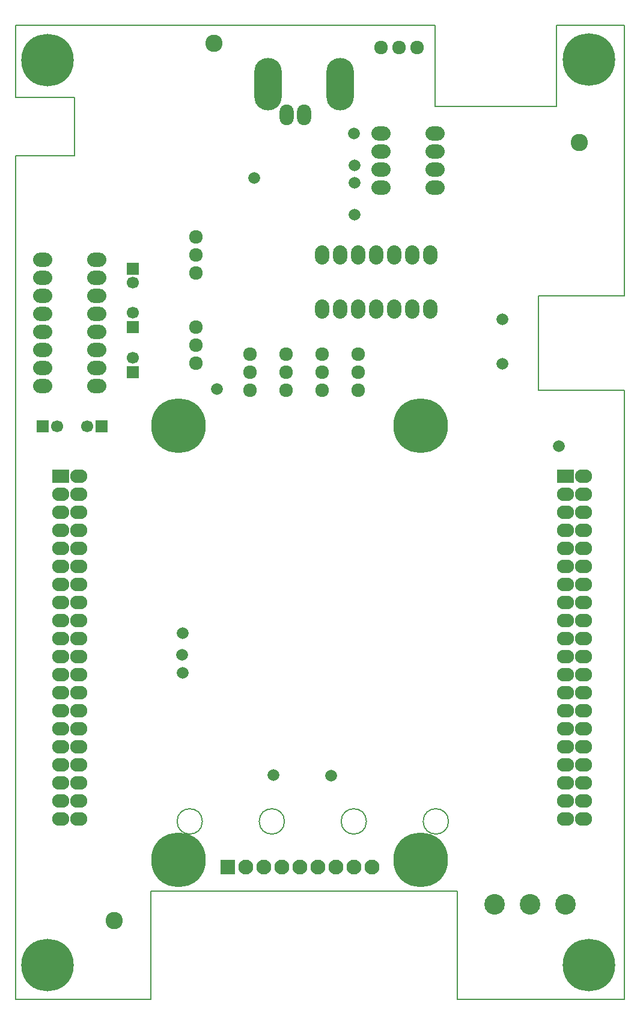
<source format=gbr>
G04 #@! TF.FileFunction,Soldermask,Bot*
%FSLAX46Y46*%
G04 Gerber Fmt 4.6, Leading zero omitted, Abs format (unit mm)*
G04 Created by KiCad (PCBNEW 4.0.2+dfsg1-2~bpo8+1-stable) date lun 17 oct 2016 15:55:52 ART*
%MOMM*%
G01*
G04 APERTURE LIST*
%ADD10C,0.100000*%
%ADD11C,1.016000*%
%ADD12C,0.150000*%
%ADD13R,2.400000X1.924000*%
%ADD14O,2.400000X1.924000*%
%ADD15C,7.400000*%
%ADD16C,2.100000*%
%ADD17C,7.700000*%
%ADD18R,2.100000X2.100000*%
%ADD19C,2.899360*%
%ADD20R,1.700000X1.700000*%
%ADD21C,1.700000*%
%ADD22O,3.900120X7.400240*%
%ADD23O,2.000200X2.899360*%
%ADD24C,1.924000*%
%ADD25O,2.700000X2.000000*%
%ADD26O,2.000000X2.700000*%
%ADD27C,2.432000*%
%ADD28C,1.670000*%
G04 APERTURE END LIST*
D10*
D11*
X88773000Y-43180000D02*
G75*
G03X88773000Y-43180000I-508000J0D01*
G01*
X140208000Y-57150000D02*
G75*
G03X140208000Y-57150000I-508000J0D01*
G01*
X74676000Y-166751000D02*
G75*
G03X74676000Y-166751000I-508000J0D01*
G01*
D12*
X109728000Y-152781000D02*
G75*
G03X109728000Y-152781000I-1778000J0D01*
G01*
X86614000Y-152781000D02*
G75*
G03X86614000Y-152781000I-1778000J0D01*
G01*
X98171000Y-152781000D02*
G75*
G03X98171000Y-152781000I-1778000J0D01*
G01*
X121289530Y-152781000D02*
G75*
G03X121289530Y-152781000I-1782530J0D01*
G01*
X79375000Y-162560000D02*
X122555000Y-162560000D01*
X79375000Y-177800000D02*
X79375000Y-162560000D01*
X60325000Y-177800000D02*
X79375000Y-177800000D01*
X60325000Y-162560000D02*
X60325000Y-177800000D01*
X146050000Y-92075000D02*
X146050000Y-177800000D01*
X146050000Y-78740000D02*
X146050000Y-40640000D01*
X133985000Y-78740000D02*
X146050000Y-78740000D01*
X133985000Y-92075000D02*
X133985000Y-78740000D01*
X146050000Y-92075000D02*
X133985000Y-92075000D01*
X68580000Y-59055000D02*
X60325000Y-59055000D01*
X146050000Y-40640000D02*
X136525000Y-40640000D01*
X122555000Y-177800000D02*
X146050000Y-177800000D01*
X122555000Y-162560000D02*
X122555000Y-177800000D01*
X60325000Y-154940000D02*
X60325000Y-162560000D01*
X119380000Y-40640000D02*
X60325000Y-40640000D01*
X136525000Y-52070000D02*
X136525000Y-40640000D01*
X119380000Y-52070000D02*
X136525000Y-52070000D01*
X119380000Y-40640000D02*
X119380000Y-52070000D01*
X60325000Y-154940000D02*
X60325000Y-59055000D01*
X60325000Y-50800000D02*
X60325000Y-40640000D01*
X68580000Y-50800000D02*
X60325000Y-50800000D01*
X68580000Y-59055000D02*
X68580000Y-50800000D01*
D13*
X137795000Y-104140000D03*
D14*
X140335000Y-104140000D03*
X137795000Y-116840000D03*
X140335000Y-106680000D03*
X137795000Y-119380000D03*
X140335000Y-109220000D03*
X137795000Y-121920000D03*
X140335000Y-111760000D03*
X137795000Y-124460000D03*
X140335000Y-114300000D03*
X137795000Y-127000000D03*
X140335000Y-116840000D03*
X137795000Y-129540000D03*
X140335000Y-119380000D03*
X137795000Y-132080000D03*
X140335000Y-121920000D03*
X137795000Y-134620000D03*
X140335000Y-124460000D03*
X137795000Y-137160000D03*
X140335000Y-127000000D03*
X137795000Y-139700000D03*
X140335000Y-129540000D03*
X137795000Y-142240000D03*
X140335000Y-132080000D03*
X140335000Y-134620000D03*
X137795000Y-144780000D03*
X140335000Y-137160000D03*
X140335000Y-142240000D03*
X140335000Y-144780000D03*
X140335000Y-147320000D03*
X140335000Y-149860000D03*
X137795000Y-147320000D03*
X137795000Y-149860000D03*
X137795000Y-106680000D03*
X137795000Y-109220000D03*
X137795000Y-111760000D03*
X137795000Y-114300000D03*
X137795000Y-152400000D03*
X140335000Y-152400000D03*
X140335000Y-139700000D03*
D13*
X66675000Y-104140000D03*
D14*
X69215000Y-104140000D03*
X66675000Y-106680000D03*
X69215000Y-106680000D03*
X66675000Y-109220000D03*
X69215000Y-109220000D03*
X66675000Y-111760000D03*
X69215000Y-111760000D03*
X66675000Y-114300000D03*
X69215000Y-114300000D03*
X66675000Y-116840000D03*
X69215000Y-116840000D03*
X66675000Y-119380000D03*
X69215000Y-119380000D03*
X66675000Y-121920000D03*
X69215000Y-121920000D03*
X66675000Y-124460000D03*
X69215000Y-124460000D03*
X66675000Y-127000000D03*
X69215000Y-127000000D03*
X66675000Y-129540000D03*
X69215000Y-129540000D03*
X66675000Y-132080000D03*
X69215000Y-132080000D03*
X66675000Y-134620000D03*
X69215000Y-134620000D03*
X66675000Y-137160000D03*
X69215000Y-137160000D03*
X66675000Y-139700000D03*
X69215000Y-139700000D03*
X66675000Y-142240000D03*
X69215000Y-142240000D03*
X66675000Y-144780000D03*
X69215000Y-144780000D03*
X66675000Y-147320000D03*
X69215000Y-147320000D03*
X66675000Y-149860000D03*
X69215000Y-149860000D03*
X66675000Y-152400000D03*
X69215000Y-152400000D03*
D15*
X64770000Y-172974000D03*
X141097000Y-172974000D03*
X64770000Y-45593000D03*
X141097000Y-45466000D03*
D16*
X110490000Y-159235000D03*
X107950000Y-159235000D03*
X105410000Y-159235000D03*
X102870000Y-159235000D03*
X100330000Y-159235000D03*
X97790000Y-159235000D03*
X95250000Y-159235000D03*
X92710000Y-159235000D03*
D17*
X117380000Y-97035000D03*
X83280000Y-97035000D03*
X83280000Y-158235000D03*
X117380000Y-158235000D03*
D18*
X90170000Y-159235000D03*
D19*
X132793740Y-164465000D03*
X127792480Y-164465000D03*
X137795000Y-164465000D03*
D20*
X72390000Y-97155000D03*
D21*
X70390000Y-97155000D03*
D20*
X76835000Y-83185000D03*
D21*
X76835000Y-81185000D03*
D20*
X64135000Y-97155000D03*
D21*
X66135000Y-97155000D03*
D20*
X76835000Y-74930000D03*
D21*
X76835000Y-76930000D03*
D20*
X76835000Y-89535000D03*
D21*
X76835000Y-87535000D03*
D22*
X95867220Y-48996600D03*
X106065320Y-48996600D03*
D23*
X100965000Y-53261260D03*
X98465640Y-53261260D03*
D24*
X103505000Y-89535000D03*
X103505000Y-92075000D03*
X103505000Y-86995000D03*
X93345000Y-89535000D03*
X93345000Y-92075000D03*
X93345000Y-86995000D03*
X98425000Y-89535000D03*
X98425000Y-92075000D03*
X98425000Y-86995000D03*
X108585000Y-89535000D03*
X108585000Y-92075000D03*
X108585000Y-86995000D03*
D25*
X71755000Y-91440000D03*
X71755000Y-88900000D03*
X71755000Y-86360000D03*
X71755000Y-83820000D03*
X71755000Y-81280000D03*
X71755000Y-78740000D03*
X71755000Y-76200000D03*
X71755000Y-73660000D03*
X64135000Y-73660000D03*
X64135000Y-76200000D03*
X64135000Y-78740000D03*
X64135000Y-81280000D03*
X64135000Y-83820000D03*
X64135000Y-86360000D03*
X64135000Y-88900000D03*
X64135000Y-91440000D03*
D24*
X85725000Y-85725000D03*
X85725000Y-88265000D03*
X85725000Y-83185000D03*
X85725000Y-73025000D03*
X85725000Y-75565000D03*
X85725000Y-70485000D03*
D25*
X111760000Y-55880000D03*
X111760000Y-58420000D03*
X111760000Y-60960000D03*
X111760000Y-63500000D03*
X119380000Y-63500000D03*
X119380000Y-60960000D03*
X119380000Y-58420000D03*
X119380000Y-55880000D03*
D26*
X118745000Y-73025000D03*
X116205000Y-73025000D03*
X113665000Y-73025000D03*
X111125000Y-73025000D03*
X108585000Y-73025000D03*
X106045000Y-73025000D03*
X103505000Y-73025000D03*
X103505000Y-80645000D03*
X106045000Y-80645000D03*
X108585000Y-80645000D03*
X111125000Y-80645000D03*
X113665000Y-80645000D03*
X116205000Y-80645000D03*
X118745000Y-80645000D03*
D24*
X114300000Y-43815000D03*
X111760000Y-43815000D03*
X116840000Y-43815000D03*
D27*
X74168000Y-166751000D03*
D28*
X93916500Y-62166500D03*
D27*
X139700000Y-57150000D03*
D28*
X136842500Y-99949000D03*
X108013500Y-62865000D03*
X88671400Y-91897200D03*
X107950000Y-55880000D03*
X108077000Y-67360800D03*
X108026200Y-60401200D03*
X96647000Y-146240500D03*
X104711500Y-146304000D03*
X128905000Y-88328500D03*
X128841500Y-82042000D03*
X83794600Y-129336800D03*
X83845400Y-131876800D03*
X83845400Y-126238000D03*
D27*
X88265000Y-43180000D03*
M02*

</source>
